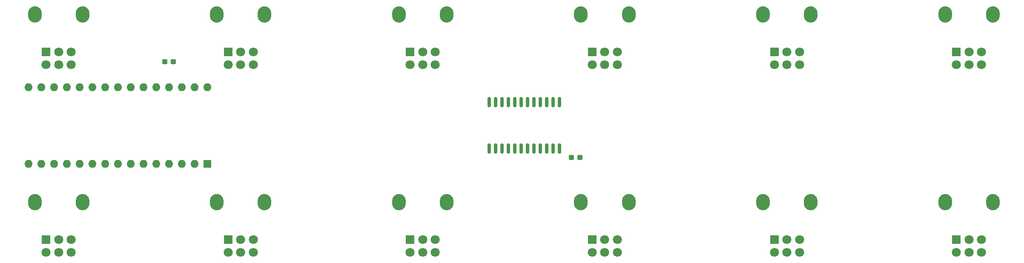
<source format=gbr>
%TF.GenerationSoftware,KiCad,Pcbnew,8.0.1*%
%TF.CreationDate,2024-06-25T20:54:33-05:00*%
%TF.ProjectId,nobs,6e6f6273-2e6b-4696-9361-645f70636258,rev?*%
%TF.SameCoordinates,Original*%
%TF.FileFunction,Soldermask,Top*%
%TF.FilePolarity,Negative*%
%FSLAX46Y46*%
G04 Gerber Fmt 4.6, Leading zero omitted, Abs format (unit mm)*
G04 Created by KiCad (PCBNEW 8.0.1) date 2024-06-25 20:54:33*
%MOMM*%
%LPD*%
G01*
G04 APERTURE LIST*
G04 Aperture macros list*
%AMRoundRect*
0 Rectangle with rounded corners*
0 $1 Rounding radius*
0 $2 $3 $4 $5 $6 $7 $8 $9 X,Y pos of 4 corners*
0 Add a 4 corners polygon primitive as box body*
4,1,4,$2,$3,$4,$5,$6,$7,$8,$9,$2,$3,0*
0 Add four circle primitives for the rounded corners*
1,1,$1+$1,$2,$3*
1,1,$1+$1,$4,$5*
1,1,$1+$1,$6,$7*
1,1,$1+$1,$8,$9*
0 Add four rect primitives between the rounded corners*
20,1,$1+$1,$2,$3,$4,$5,0*
20,1,$1+$1,$4,$5,$6,$7,0*
20,1,$1+$1,$6,$7,$8,$9,0*
20,1,$1+$1,$8,$9,$2,$3,0*%
G04 Aperture macros list end*
%ADD10R,1.600000X1.600000*%
%ADD11O,1.600000X1.600000*%
%ADD12RoundRect,0.150000X-0.150000X0.875000X-0.150000X-0.875000X0.150000X-0.875000X0.150000X0.875000X0*%
%ADD13O,2.720000X3.240000*%
%ADD14R,1.800000X1.800000*%
%ADD15C,1.800000*%
%ADD16RoundRect,0.237500X0.300000X0.237500X-0.300000X0.237500X-0.300000X-0.237500X0.300000X-0.237500X0*%
G04 APERTURE END LIST*
D10*
%TO.C,A1*%
X91440000Y-66040000D03*
D11*
X88900000Y-66040000D03*
X86360000Y-66040000D03*
X83820000Y-66040000D03*
X81280000Y-66040000D03*
X78740000Y-66040000D03*
X76200000Y-66040000D03*
X73660000Y-66040000D03*
X71120000Y-66040000D03*
X68580000Y-66040000D03*
X66040000Y-66040000D03*
X63500000Y-66040000D03*
X60960000Y-66040000D03*
X58420000Y-66040000D03*
X55880000Y-66040000D03*
X55880000Y-50800000D03*
X58420000Y-50800000D03*
X60960000Y-50800000D03*
X63500000Y-50800000D03*
X66040000Y-50800000D03*
X68580000Y-50800000D03*
X71120000Y-50800000D03*
X73660000Y-50800000D03*
X76200000Y-50800000D03*
X78740000Y-50800000D03*
X81280000Y-50800000D03*
X83820000Y-50800000D03*
X86360000Y-50800000D03*
X88900000Y-50800000D03*
X91440000Y-50800000D03*
%TD*%
D12*
%TO.C,U1*%
X161495000Y-53770000D03*
X160225000Y-53770000D03*
X158955000Y-53770000D03*
X157685000Y-53770000D03*
X156415000Y-53770000D03*
X155145000Y-53770000D03*
X153875000Y-53770000D03*
X152605000Y-53770000D03*
X151335000Y-53770000D03*
X150065000Y-53770000D03*
X148795000Y-53770000D03*
X147525000Y-53770000D03*
X147525000Y-63070000D03*
X148795000Y-63070000D03*
X150065000Y-63070000D03*
X151335000Y-63070000D03*
X152605000Y-63070000D03*
X153875000Y-63070000D03*
X155145000Y-63070000D03*
X156415000Y-63070000D03*
X157685000Y-63070000D03*
X158955000Y-63070000D03*
X160225000Y-63070000D03*
X161495000Y-63070000D03*
%TD*%
D13*
%TO.C,RV12*%
X238150000Y-73660000D03*
X247650000Y-73660000D03*
D14*
X240400000Y-81160000D03*
D15*
X242900000Y-81160000D03*
X245400000Y-81160000D03*
X240400000Y-83660000D03*
X242900000Y-83660000D03*
X245400000Y-83660000D03*
%TD*%
%TO.C,RV11*%
X209200000Y-83660000D03*
X206700000Y-83660000D03*
X204200000Y-83660000D03*
X209200000Y-81160000D03*
X206700000Y-81160000D03*
D14*
X204200000Y-81160000D03*
D13*
X211450000Y-73660000D03*
X201950000Y-73660000D03*
%TD*%
%TO.C,RV10*%
X165750000Y-73660000D03*
X175250000Y-73660000D03*
D14*
X168000000Y-81160000D03*
D15*
X170500000Y-81160000D03*
X173000000Y-81160000D03*
X168000000Y-83660000D03*
X170500000Y-83660000D03*
X173000000Y-83660000D03*
%TD*%
D13*
%TO.C,RV9*%
X129550000Y-73660000D03*
X139050000Y-73660000D03*
D14*
X131800000Y-81160000D03*
D15*
X134300000Y-81160000D03*
X136800000Y-81160000D03*
X131800000Y-83660000D03*
X134300000Y-83660000D03*
X136800000Y-83660000D03*
%TD*%
D13*
%TO.C,RV8*%
X93350000Y-73660000D03*
X102850000Y-73660000D03*
D14*
X95600000Y-81160000D03*
D15*
X98100000Y-81160000D03*
X100600000Y-81160000D03*
X95600000Y-83660000D03*
X98100000Y-83660000D03*
X100600000Y-83660000D03*
%TD*%
%TO.C,RV7*%
X64400000Y-83660000D03*
X61900000Y-83660000D03*
X59400000Y-83660000D03*
X64400000Y-81160000D03*
X61900000Y-81160000D03*
D14*
X59400000Y-81160000D03*
D13*
X66650000Y-73660000D03*
X57150000Y-73660000D03*
%TD*%
%TO.C,RV6*%
X238150000Y-36345000D03*
X247650000Y-36345000D03*
D14*
X240400000Y-43845000D03*
D15*
X242900000Y-43845000D03*
X245400000Y-43845000D03*
X240400000Y-46345000D03*
X242900000Y-46345000D03*
X245400000Y-46345000D03*
%TD*%
D13*
%TO.C,RV5*%
X201950000Y-36345000D03*
X211450000Y-36345000D03*
D14*
X204200000Y-43845000D03*
D15*
X206700000Y-43845000D03*
X209200000Y-43845000D03*
X204200000Y-46345000D03*
X206700000Y-46345000D03*
X209200000Y-46345000D03*
%TD*%
D13*
%TO.C,RV4*%
X165750000Y-36345000D03*
X175250000Y-36345000D03*
D14*
X168000000Y-43845000D03*
D15*
X170500000Y-43845000D03*
X173000000Y-43845000D03*
X168000000Y-46345000D03*
X170500000Y-46345000D03*
X173000000Y-46345000D03*
%TD*%
D13*
%TO.C,RV3*%
X129550000Y-36345000D03*
X139050000Y-36345000D03*
D14*
X131800000Y-43845000D03*
D15*
X134300000Y-43845000D03*
X136800000Y-43845000D03*
X131800000Y-46345000D03*
X134300000Y-46345000D03*
X136800000Y-46345000D03*
%TD*%
%TO.C,RV2*%
X100600000Y-46345000D03*
X98100000Y-46345000D03*
X95600000Y-46345000D03*
X100600000Y-43845000D03*
X98100000Y-43845000D03*
D14*
X95600000Y-43845000D03*
D13*
X102850000Y-36345000D03*
X93350000Y-36345000D03*
%TD*%
D15*
%TO.C,RV1*%
X64400000Y-46345000D03*
X61900000Y-46345000D03*
X59400000Y-46345000D03*
X64400000Y-43845000D03*
X61900000Y-43845000D03*
D14*
X59400000Y-43845000D03*
D13*
X66650000Y-36345000D03*
X57150000Y-36345000D03*
%TD*%
D16*
%TO.C,C2*%
X84682500Y-45720000D03*
X82957500Y-45720000D03*
%TD*%
%TO.C,C1*%
X165555000Y-64770000D03*
X163830000Y-64770000D03*
%TD*%
M02*

</source>
